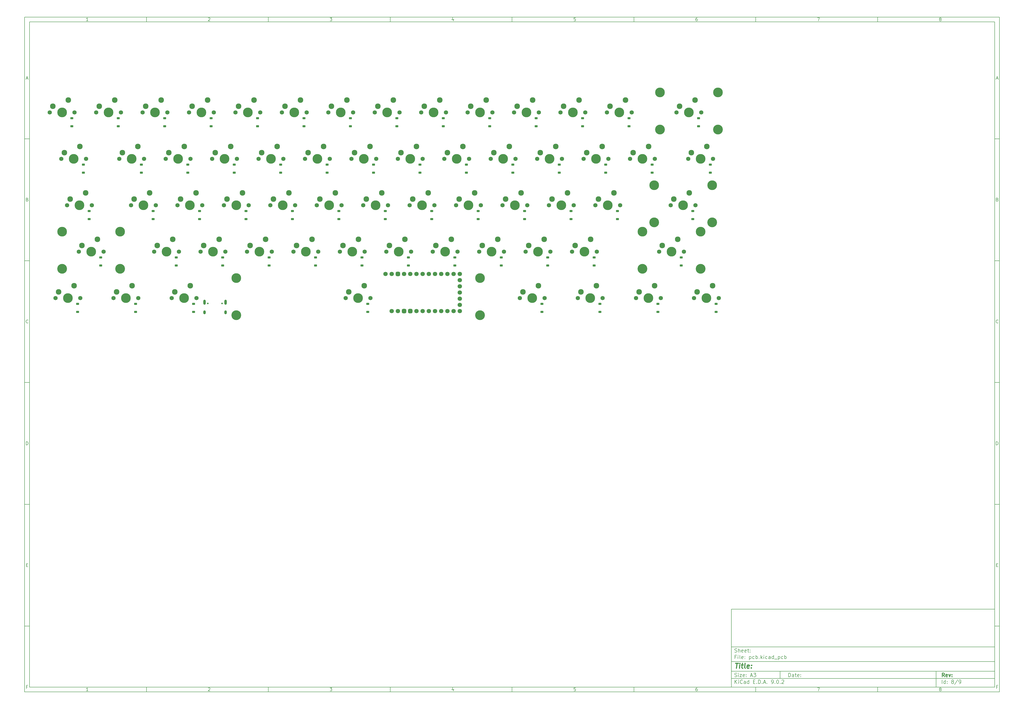
<source format=gbr>
%TF.GenerationSoftware,KiCad,Pcbnew,9.0.2*%
%TF.CreationDate,2025-06-22T01:03:44-04:00*%
%TF.ProjectId,pcb,7063622e-6b69-4636-9164-5f7063625858,rev?*%
%TF.SameCoordinates,Original*%
%TF.FileFunction,Soldermask,Bot*%
%TF.FilePolarity,Negative*%
%FSLAX46Y46*%
G04 Gerber Fmt 4.6, Leading zero omitted, Abs format (unit mm)*
G04 Created by KiCad (PCBNEW 9.0.2) date 2025-06-22 01:03:44*
%MOMM*%
%LPD*%
G01*
G04 APERTURE LIST*
G04 Aperture macros list*
%AMRoundRect*
0 Rectangle with rounded corners*
0 $1 Rounding radius*
0 $2 $3 $4 $5 $6 $7 $8 $9 X,Y pos of 4 corners*
0 Add a 4 corners polygon primitive as box body*
4,1,4,$2,$3,$4,$5,$6,$7,$8,$9,$2,$3,0*
0 Add four circle primitives for the rounded corners*
1,1,$1+$1,$2,$3*
1,1,$1+$1,$4,$5*
1,1,$1+$1,$6,$7*
1,1,$1+$1,$8,$9*
0 Add four rect primitives between the rounded corners*
20,1,$1+$1,$2,$3,$4,$5,0*
20,1,$1+$1,$4,$5,$6,$7,0*
20,1,$1+$1,$6,$7,$8,$9,0*
20,1,$1+$1,$8,$9,$2,$3,0*%
G04 Aperture macros list end*
%ADD10C,0.100000*%
%ADD11C,0.150000*%
%ADD12C,0.300000*%
%ADD13C,0.400000*%
%ADD14C,1.800000*%
%ADD15RoundRect,0.450000X0.450000X-0.450000X0.450000X0.450000X-0.450000X0.450000X-0.450000X-0.450000X0*%
%ADD16C,0.650000*%
%ADD17O,1.000000X2.100000*%
%ADD18O,1.000000X1.600000*%
%ADD19C,1.750000*%
%ADD20C,3.987800*%
%ADD21C,2.300000*%
%ADD22C,4.000000*%
%ADD23RoundRect,0.225000X0.375000X-0.225000X0.375000X0.225000X-0.375000X0.225000X-0.375000X-0.225000X0*%
G04 APERTURE END LIST*
D10*
D11*
X299989000Y-253002200D02*
X407989000Y-253002200D01*
X407989000Y-285002200D01*
X299989000Y-285002200D01*
X299989000Y-253002200D01*
D10*
D11*
X10000000Y-10000000D02*
X409989000Y-10000000D01*
X409989000Y-287002200D01*
X10000000Y-287002200D01*
X10000000Y-10000000D01*
D10*
D11*
X12000000Y-12000000D02*
X407989000Y-12000000D01*
X407989000Y-285002200D01*
X12000000Y-285002200D01*
X12000000Y-12000000D01*
D10*
D11*
X60000000Y-12000000D02*
X60000000Y-10000000D01*
D10*
D11*
X110000000Y-12000000D02*
X110000000Y-10000000D01*
D10*
D11*
X160000000Y-12000000D02*
X160000000Y-10000000D01*
D10*
D11*
X210000000Y-12000000D02*
X210000000Y-10000000D01*
D10*
D11*
X260000000Y-12000000D02*
X260000000Y-10000000D01*
D10*
D11*
X310000000Y-12000000D02*
X310000000Y-10000000D01*
D10*
D11*
X360000000Y-12000000D02*
X360000000Y-10000000D01*
D10*
D11*
X36089160Y-11593604D02*
X35346303Y-11593604D01*
X35717731Y-11593604D02*
X35717731Y-10293604D01*
X35717731Y-10293604D02*
X35593922Y-10479319D01*
X35593922Y-10479319D02*
X35470112Y-10603128D01*
X35470112Y-10603128D02*
X35346303Y-10665033D01*
D10*
D11*
X85346303Y-10417414D02*
X85408207Y-10355509D01*
X85408207Y-10355509D02*
X85532017Y-10293604D01*
X85532017Y-10293604D02*
X85841541Y-10293604D01*
X85841541Y-10293604D02*
X85965350Y-10355509D01*
X85965350Y-10355509D02*
X86027255Y-10417414D01*
X86027255Y-10417414D02*
X86089160Y-10541223D01*
X86089160Y-10541223D02*
X86089160Y-10665033D01*
X86089160Y-10665033D02*
X86027255Y-10850747D01*
X86027255Y-10850747D02*
X85284398Y-11593604D01*
X85284398Y-11593604D02*
X86089160Y-11593604D01*
D10*
D11*
X135284398Y-10293604D02*
X136089160Y-10293604D01*
X136089160Y-10293604D02*
X135655826Y-10788842D01*
X135655826Y-10788842D02*
X135841541Y-10788842D01*
X135841541Y-10788842D02*
X135965350Y-10850747D01*
X135965350Y-10850747D02*
X136027255Y-10912652D01*
X136027255Y-10912652D02*
X136089160Y-11036461D01*
X136089160Y-11036461D02*
X136089160Y-11345985D01*
X136089160Y-11345985D02*
X136027255Y-11469795D01*
X136027255Y-11469795D02*
X135965350Y-11531700D01*
X135965350Y-11531700D02*
X135841541Y-11593604D01*
X135841541Y-11593604D02*
X135470112Y-11593604D01*
X135470112Y-11593604D02*
X135346303Y-11531700D01*
X135346303Y-11531700D02*
X135284398Y-11469795D01*
D10*
D11*
X185965350Y-10726938D02*
X185965350Y-11593604D01*
X185655826Y-10231700D02*
X185346303Y-11160271D01*
X185346303Y-11160271D02*
X186151064Y-11160271D01*
D10*
D11*
X236027255Y-10293604D02*
X235408207Y-10293604D01*
X235408207Y-10293604D02*
X235346303Y-10912652D01*
X235346303Y-10912652D02*
X235408207Y-10850747D01*
X235408207Y-10850747D02*
X235532017Y-10788842D01*
X235532017Y-10788842D02*
X235841541Y-10788842D01*
X235841541Y-10788842D02*
X235965350Y-10850747D01*
X235965350Y-10850747D02*
X236027255Y-10912652D01*
X236027255Y-10912652D02*
X236089160Y-11036461D01*
X236089160Y-11036461D02*
X236089160Y-11345985D01*
X236089160Y-11345985D02*
X236027255Y-11469795D01*
X236027255Y-11469795D02*
X235965350Y-11531700D01*
X235965350Y-11531700D02*
X235841541Y-11593604D01*
X235841541Y-11593604D02*
X235532017Y-11593604D01*
X235532017Y-11593604D02*
X235408207Y-11531700D01*
X235408207Y-11531700D02*
X235346303Y-11469795D01*
D10*
D11*
X285965350Y-10293604D02*
X285717731Y-10293604D01*
X285717731Y-10293604D02*
X285593922Y-10355509D01*
X285593922Y-10355509D02*
X285532017Y-10417414D01*
X285532017Y-10417414D02*
X285408207Y-10603128D01*
X285408207Y-10603128D02*
X285346303Y-10850747D01*
X285346303Y-10850747D02*
X285346303Y-11345985D01*
X285346303Y-11345985D02*
X285408207Y-11469795D01*
X285408207Y-11469795D02*
X285470112Y-11531700D01*
X285470112Y-11531700D02*
X285593922Y-11593604D01*
X285593922Y-11593604D02*
X285841541Y-11593604D01*
X285841541Y-11593604D02*
X285965350Y-11531700D01*
X285965350Y-11531700D02*
X286027255Y-11469795D01*
X286027255Y-11469795D02*
X286089160Y-11345985D01*
X286089160Y-11345985D02*
X286089160Y-11036461D01*
X286089160Y-11036461D02*
X286027255Y-10912652D01*
X286027255Y-10912652D02*
X285965350Y-10850747D01*
X285965350Y-10850747D02*
X285841541Y-10788842D01*
X285841541Y-10788842D02*
X285593922Y-10788842D01*
X285593922Y-10788842D02*
X285470112Y-10850747D01*
X285470112Y-10850747D02*
X285408207Y-10912652D01*
X285408207Y-10912652D02*
X285346303Y-11036461D01*
D10*
D11*
X335284398Y-10293604D02*
X336151064Y-10293604D01*
X336151064Y-10293604D02*
X335593922Y-11593604D01*
D10*
D11*
X385593922Y-10850747D02*
X385470112Y-10788842D01*
X385470112Y-10788842D02*
X385408207Y-10726938D01*
X385408207Y-10726938D02*
X385346303Y-10603128D01*
X385346303Y-10603128D02*
X385346303Y-10541223D01*
X385346303Y-10541223D02*
X385408207Y-10417414D01*
X385408207Y-10417414D02*
X385470112Y-10355509D01*
X385470112Y-10355509D02*
X385593922Y-10293604D01*
X385593922Y-10293604D02*
X385841541Y-10293604D01*
X385841541Y-10293604D02*
X385965350Y-10355509D01*
X385965350Y-10355509D02*
X386027255Y-10417414D01*
X386027255Y-10417414D02*
X386089160Y-10541223D01*
X386089160Y-10541223D02*
X386089160Y-10603128D01*
X386089160Y-10603128D02*
X386027255Y-10726938D01*
X386027255Y-10726938D02*
X385965350Y-10788842D01*
X385965350Y-10788842D02*
X385841541Y-10850747D01*
X385841541Y-10850747D02*
X385593922Y-10850747D01*
X385593922Y-10850747D02*
X385470112Y-10912652D01*
X385470112Y-10912652D02*
X385408207Y-10974557D01*
X385408207Y-10974557D02*
X385346303Y-11098366D01*
X385346303Y-11098366D02*
X385346303Y-11345985D01*
X385346303Y-11345985D02*
X385408207Y-11469795D01*
X385408207Y-11469795D02*
X385470112Y-11531700D01*
X385470112Y-11531700D02*
X385593922Y-11593604D01*
X385593922Y-11593604D02*
X385841541Y-11593604D01*
X385841541Y-11593604D02*
X385965350Y-11531700D01*
X385965350Y-11531700D02*
X386027255Y-11469795D01*
X386027255Y-11469795D02*
X386089160Y-11345985D01*
X386089160Y-11345985D02*
X386089160Y-11098366D01*
X386089160Y-11098366D02*
X386027255Y-10974557D01*
X386027255Y-10974557D02*
X385965350Y-10912652D01*
X385965350Y-10912652D02*
X385841541Y-10850747D01*
D10*
D11*
X60000000Y-285002200D02*
X60000000Y-287002200D01*
D10*
D11*
X110000000Y-285002200D02*
X110000000Y-287002200D01*
D10*
D11*
X160000000Y-285002200D02*
X160000000Y-287002200D01*
D10*
D11*
X210000000Y-285002200D02*
X210000000Y-287002200D01*
D10*
D11*
X260000000Y-285002200D02*
X260000000Y-287002200D01*
D10*
D11*
X310000000Y-285002200D02*
X310000000Y-287002200D01*
D10*
D11*
X360000000Y-285002200D02*
X360000000Y-287002200D01*
D10*
D11*
X36089160Y-286595804D02*
X35346303Y-286595804D01*
X35717731Y-286595804D02*
X35717731Y-285295804D01*
X35717731Y-285295804D02*
X35593922Y-285481519D01*
X35593922Y-285481519D02*
X35470112Y-285605328D01*
X35470112Y-285605328D02*
X35346303Y-285667233D01*
D10*
D11*
X85346303Y-285419614D02*
X85408207Y-285357709D01*
X85408207Y-285357709D02*
X85532017Y-285295804D01*
X85532017Y-285295804D02*
X85841541Y-285295804D01*
X85841541Y-285295804D02*
X85965350Y-285357709D01*
X85965350Y-285357709D02*
X86027255Y-285419614D01*
X86027255Y-285419614D02*
X86089160Y-285543423D01*
X86089160Y-285543423D02*
X86089160Y-285667233D01*
X86089160Y-285667233D02*
X86027255Y-285852947D01*
X86027255Y-285852947D02*
X85284398Y-286595804D01*
X85284398Y-286595804D02*
X86089160Y-286595804D01*
D10*
D11*
X135284398Y-285295804D02*
X136089160Y-285295804D01*
X136089160Y-285295804D02*
X135655826Y-285791042D01*
X135655826Y-285791042D02*
X135841541Y-285791042D01*
X135841541Y-285791042D02*
X135965350Y-285852947D01*
X135965350Y-285852947D02*
X136027255Y-285914852D01*
X136027255Y-285914852D02*
X136089160Y-286038661D01*
X136089160Y-286038661D02*
X136089160Y-286348185D01*
X136089160Y-286348185D02*
X136027255Y-286471995D01*
X136027255Y-286471995D02*
X135965350Y-286533900D01*
X135965350Y-286533900D02*
X135841541Y-286595804D01*
X135841541Y-286595804D02*
X135470112Y-286595804D01*
X135470112Y-286595804D02*
X135346303Y-286533900D01*
X135346303Y-286533900D02*
X135284398Y-286471995D01*
D10*
D11*
X185965350Y-285729138D02*
X185965350Y-286595804D01*
X185655826Y-285233900D02*
X185346303Y-286162471D01*
X185346303Y-286162471D02*
X186151064Y-286162471D01*
D10*
D11*
X236027255Y-285295804D02*
X235408207Y-285295804D01*
X235408207Y-285295804D02*
X235346303Y-285914852D01*
X235346303Y-285914852D02*
X235408207Y-285852947D01*
X235408207Y-285852947D02*
X235532017Y-285791042D01*
X235532017Y-285791042D02*
X235841541Y-285791042D01*
X235841541Y-285791042D02*
X235965350Y-285852947D01*
X235965350Y-285852947D02*
X236027255Y-285914852D01*
X236027255Y-285914852D02*
X236089160Y-286038661D01*
X236089160Y-286038661D02*
X236089160Y-286348185D01*
X236089160Y-286348185D02*
X236027255Y-286471995D01*
X236027255Y-286471995D02*
X235965350Y-286533900D01*
X235965350Y-286533900D02*
X235841541Y-286595804D01*
X235841541Y-286595804D02*
X235532017Y-286595804D01*
X235532017Y-286595804D02*
X235408207Y-286533900D01*
X235408207Y-286533900D02*
X235346303Y-286471995D01*
D10*
D11*
X285965350Y-285295804D02*
X285717731Y-285295804D01*
X285717731Y-285295804D02*
X285593922Y-285357709D01*
X285593922Y-285357709D02*
X285532017Y-285419614D01*
X285532017Y-285419614D02*
X285408207Y-285605328D01*
X285408207Y-285605328D02*
X285346303Y-285852947D01*
X285346303Y-285852947D02*
X285346303Y-286348185D01*
X285346303Y-286348185D02*
X285408207Y-286471995D01*
X285408207Y-286471995D02*
X285470112Y-286533900D01*
X285470112Y-286533900D02*
X285593922Y-286595804D01*
X285593922Y-286595804D02*
X285841541Y-286595804D01*
X285841541Y-286595804D02*
X285965350Y-286533900D01*
X285965350Y-286533900D02*
X286027255Y-286471995D01*
X286027255Y-286471995D02*
X286089160Y-286348185D01*
X286089160Y-286348185D02*
X286089160Y-286038661D01*
X286089160Y-286038661D02*
X286027255Y-285914852D01*
X286027255Y-285914852D02*
X285965350Y-285852947D01*
X285965350Y-285852947D02*
X285841541Y-285791042D01*
X285841541Y-285791042D02*
X285593922Y-285791042D01*
X285593922Y-285791042D02*
X285470112Y-285852947D01*
X285470112Y-285852947D02*
X285408207Y-285914852D01*
X285408207Y-285914852D02*
X285346303Y-286038661D01*
D10*
D11*
X335284398Y-285295804D02*
X336151064Y-285295804D01*
X336151064Y-285295804D02*
X335593922Y-286595804D01*
D10*
D11*
X385593922Y-285852947D02*
X385470112Y-285791042D01*
X385470112Y-285791042D02*
X385408207Y-285729138D01*
X385408207Y-285729138D02*
X385346303Y-285605328D01*
X385346303Y-285605328D02*
X385346303Y-285543423D01*
X385346303Y-285543423D02*
X385408207Y-285419614D01*
X385408207Y-285419614D02*
X385470112Y-285357709D01*
X385470112Y-285357709D02*
X385593922Y-285295804D01*
X385593922Y-285295804D02*
X385841541Y-285295804D01*
X385841541Y-285295804D02*
X385965350Y-285357709D01*
X385965350Y-285357709D02*
X386027255Y-285419614D01*
X386027255Y-285419614D02*
X386089160Y-285543423D01*
X386089160Y-285543423D02*
X386089160Y-285605328D01*
X386089160Y-285605328D02*
X386027255Y-285729138D01*
X386027255Y-285729138D02*
X385965350Y-285791042D01*
X385965350Y-285791042D02*
X385841541Y-285852947D01*
X385841541Y-285852947D02*
X385593922Y-285852947D01*
X385593922Y-285852947D02*
X385470112Y-285914852D01*
X385470112Y-285914852D02*
X385408207Y-285976757D01*
X385408207Y-285976757D02*
X385346303Y-286100566D01*
X385346303Y-286100566D02*
X385346303Y-286348185D01*
X385346303Y-286348185D02*
X385408207Y-286471995D01*
X385408207Y-286471995D02*
X385470112Y-286533900D01*
X385470112Y-286533900D02*
X385593922Y-286595804D01*
X385593922Y-286595804D02*
X385841541Y-286595804D01*
X385841541Y-286595804D02*
X385965350Y-286533900D01*
X385965350Y-286533900D02*
X386027255Y-286471995D01*
X386027255Y-286471995D02*
X386089160Y-286348185D01*
X386089160Y-286348185D02*
X386089160Y-286100566D01*
X386089160Y-286100566D02*
X386027255Y-285976757D01*
X386027255Y-285976757D02*
X385965350Y-285914852D01*
X385965350Y-285914852D02*
X385841541Y-285852947D01*
D10*
D11*
X10000000Y-60000000D02*
X12000000Y-60000000D01*
D10*
D11*
X10000000Y-110000000D02*
X12000000Y-110000000D01*
D10*
D11*
X10000000Y-160000000D02*
X12000000Y-160000000D01*
D10*
D11*
X10000000Y-210000000D02*
X12000000Y-210000000D01*
D10*
D11*
X10000000Y-260000000D02*
X12000000Y-260000000D01*
D10*
D11*
X10690476Y-35222176D02*
X11309523Y-35222176D01*
X10566666Y-35593604D02*
X10999999Y-34293604D01*
X10999999Y-34293604D02*
X11433333Y-35593604D01*
D10*
D11*
X11092857Y-84912652D02*
X11278571Y-84974557D01*
X11278571Y-84974557D02*
X11340476Y-85036461D01*
X11340476Y-85036461D02*
X11402380Y-85160271D01*
X11402380Y-85160271D02*
X11402380Y-85345985D01*
X11402380Y-85345985D02*
X11340476Y-85469795D01*
X11340476Y-85469795D02*
X11278571Y-85531700D01*
X11278571Y-85531700D02*
X11154761Y-85593604D01*
X11154761Y-85593604D02*
X10659523Y-85593604D01*
X10659523Y-85593604D02*
X10659523Y-84293604D01*
X10659523Y-84293604D02*
X11092857Y-84293604D01*
X11092857Y-84293604D02*
X11216666Y-84355509D01*
X11216666Y-84355509D02*
X11278571Y-84417414D01*
X11278571Y-84417414D02*
X11340476Y-84541223D01*
X11340476Y-84541223D02*
X11340476Y-84665033D01*
X11340476Y-84665033D02*
X11278571Y-84788842D01*
X11278571Y-84788842D02*
X11216666Y-84850747D01*
X11216666Y-84850747D02*
X11092857Y-84912652D01*
X11092857Y-84912652D02*
X10659523Y-84912652D01*
D10*
D11*
X11402380Y-135469795D02*
X11340476Y-135531700D01*
X11340476Y-135531700D02*
X11154761Y-135593604D01*
X11154761Y-135593604D02*
X11030952Y-135593604D01*
X11030952Y-135593604D02*
X10845238Y-135531700D01*
X10845238Y-135531700D02*
X10721428Y-135407890D01*
X10721428Y-135407890D02*
X10659523Y-135284080D01*
X10659523Y-135284080D02*
X10597619Y-135036461D01*
X10597619Y-135036461D02*
X10597619Y-134850747D01*
X10597619Y-134850747D02*
X10659523Y-134603128D01*
X10659523Y-134603128D02*
X10721428Y-134479319D01*
X10721428Y-134479319D02*
X10845238Y-134355509D01*
X10845238Y-134355509D02*
X11030952Y-134293604D01*
X11030952Y-134293604D02*
X11154761Y-134293604D01*
X11154761Y-134293604D02*
X11340476Y-134355509D01*
X11340476Y-134355509D02*
X11402380Y-134417414D01*
D10*
D11*
X10659523Y-185593604D02*
X10659523Y-184293604D01*
X10659523Y-184293604D02*
X10969047Y-184293604D01*
X10969047Y-184293604D02*
X11154761Y-184355509D01*
X11154761Y-184355509D02*
X11278571Y-184479319D01*
X11278571Y-184479319D02*
X11340476Y-184603128D01*
X11340476Y-184603128D02*
X11402380Y-184850747D01*
X11402380Y-184850747D02*
X11402380Y-185036461D01*
X11402380Y-185036461D02*
X11340476Y-185284080D01*
X11340476Y-185284080D02*
X11278571Y-185407890D01*
X11278571Y-185407890D02*
X11154761Y-185531700D01*
X11154761Y-185531700D02*
X10969047Y-185593604D01*
X10969047Y-185593604D02*
X10659523Y-185593604D01*
D10*
D11*
X10721428Y-234912652D02*
X11154762Y-234912652D01*
X11340476Y-235593604D02*
X10721428Y-235593604D01*
X10721428Y-235593604D02*
X10721428Y-234293604D01*
X10721428Y-234293604D02*
X11340476Y-234293604D01*
D10*
D11*
X11185714Y-284912652D02*
X10752380Y-284912652D01*
X10752380Y-285593604D02*
X10752380Y-284293604D01*
X10752380Y-284293604D02*
X11371428Y-284293604D01*
D10*
D11*
X409989000Y-60000000D02*
X407989000Y-60000000D01*
D10*
D11*
X409989000Y-110000000D02*
X407989000Y-110000000D01*
D10*
D11*
X409989000Y-160000000D02*
X407989000Y-160000000D01*
D10*
D11*
X409989000Y-210000000D02*
X407989000Y-210000000D01*
D10*
D11*
X409989000Y-260000000D02*
X407989000Y-260000000D01*
D10*
D11*
X408679476Y-35222176D02*
X409298523Y-35222176D01*
X408555666Y-35593604D02*
X408988999Y-34293604D01*
X408988999Y-34293604D02*
X409422333Y-35593604D01*
D10*
D11*
X409081857Y-84912652D02*
X409267571Y-84974557D01*
X409267571Y-84974557D02*
X409329476Y-85036461D01*
X409329476Y-85036461D02*
X409391380Y-85160271D01*
X409391380Y-85160271D02*
X409391380Y-85345985D01*
X409391380Y-85345985D02*
X409329476Y-85469795D01*
X409329476Y-85469795D02*
X409267571Y-85531700D01*
X409267571Y-85531700D02*
X409143761Y-85593604D01*
X409143761Y-85593604D02*
X408648523Y-85593604D01*
X408648523Y-85593604D02*
X408648523Y-84293604D01*
X408648523Y-84293604D02*
X409081857Y-84293604D01*
X409081857Y-84293604D02*
X409205666Y-84355509D01*
X409205666Y-84355509D02*
X409267571Y-84417414D01*
X409267571Y-84417414D02*
X409329476Y-84541223D01*
X409329476Y-84541223D02*
X409329476Y-84665033D01*
X409329476Y-84665033D02*
X409267571Y-84788842D01*
X409267571Y-84788842D02*
X409205666Y-84850747D01*
X409205666Y-84850747D02*
X409081857Y-84912652D01*
X409081857Y-84912652D02*
X408648523Y-84912652D01*
D10*
D11*
X409391380Y-135469795D02*
X409329476Y-135531700D01*
X409329476Y-135531700D02*
X409143761Y-135593604D01*
X409143761Y-135593604D02*
X409019952Y-135593604D01*
X409019952Y-135593604D02*
X408834238Y-135531700D01*
X408834238Y-135531700D02*
X408710428Y-135407890D01*
X408710428Y-135407890D02*
X408648523Y-135284080D01*
X408648523Y-135284080D02*
X408586619Y-135036461D01*
X408586619Y-135036461D02*
X408586619Y-134850747D01*
X408586619Y-134850747D02*
X408648523Y-134603128D01*
X408648523Y-134603128D02*
X408710428Y-134479319D01*
X408710428Y-134479319D02*
X408834238Y-134355509D01*
X408834238Y-134355509D02*
X409019952Y-134293604D01*
X409019952Y-134293604D02*
X409143761Y-134293604D01*
X409143761Y-134293604D02*
X409329476Y-134355509D01*
X409329476Y-134355509D02*
X409391380Y-134417414D01*
D10*
D11*
X408648523Y-185593604D02*
X408648523Y-184293604D01*
X408648523Y-184293604D02*
X408958047Y-184293604D01*
X408958047Y-184293604D02*
X409143761Y-184355509D01*
X409143761Y-184355509D02*
X409267571Y-184479319D01*
X409267571Y-184479319D02*
X409329476Y-184603128D01*
X409329476Y-184603128D02*
X409391380Y-184850747D01*
X409391380Y-184850747D02*
X409391380Y-185036461D01*
X409391380Y-185036461D02*
X409329476Y-185284080D01*
X409329476Y-185284080D02*
X409267571Y-185407890D01*
X409267571Y-185407890D02*
X409143761Y-185531700D01*
X409143761Y-185531700D02*
X408958047Y-185593604D01*
X408958047Y-185593604D02*
X408648523Y-185593604D01*
D10*
D11*
X408710428Y-234912652D02*
X409143762Y-234912652D01*
X409329476Y-235593604D02*
X408710428Y-235593604D01*
X408710428Y-235593604D02*
X408710428Y-234293604D01*
X408710428Y-234293604D02*
X409329476Y-234293604D01*
D10*
D11*
X409174714Y-284912652D02*
X408741380Y-284912652D01*
X408741380Y-285593604D02*
X408741380Y-284293604D01*
X408741380Y-284293604D02*
X409360428Y-284293604D01*
D10*
D11*
X323444826Y-280788328D02*
X323444826Y-279288328D01*
X323444826Y-279288328D02*
X323801969Y-279288328D01*
X323801969Y-279288328D02*
X324016255Y-279359757D01*
X324016255Y-279359757D02*
X324159112Y-279502614D01*
X324159112Y-279502614D02*
X324230541Y-279645471D01*
X324230541Y-279645471D02*
X324301969Y-279931185D01*
X324301969Y-279931185D02*
X324301969Y-280145471D01*
X324301969Y-280145471D02*
X324230541Y-280431185D01*
X324230541Y-280431185D02*
X324159112Y-280574042D01*
X324159112Y-280574042D02*
X324016255Y-280716900D01*
X324016255Y-280716900D02*
X323801969Y-280788328D01*
X323801969Y-280788328D02*
X323444826Y-280788328D01*
X325587684Y-280788328D02*
X325587684Y-280002614D01*
X325587684Y-280002614D02*
X325516255Y-279859757D01*
X325516255Y-279859757D02*
X325373398Y-279788328D01*
X325373398Y-279788328D02*
X325087684Y-279788328D01*
X325087684Y-279788328D02*
X324944826Y-279859757D01*
X325587684Y-280716900D02*
X325444826Y-280788328D01*
X325444826Y-280788328D02*
X325087684Y-280788328D01*
X325087684Y-280788328D02*
X324944826Y-280716900D01*
X324944826Y-280716900D02*
X324873398Y-280574042D01*
X324873398Y-280574042D02*
X324873398Y-280431185D01*
X324873398Y-280431185D02*
X324944826Y-280288328D01*
X324944826Y-280288328D02*
X325087684Y-280216900D01*
X325087684Y-280216900D02*
X325444826Y-280216900D01*
X325444826Y-280216900D02*
X325587684Y-280145471D01*
X326087684Y-279788328D02*
X326659112Y-279788328D01*
X326301969Y-279288328D02*
X326301969Y-280574042D01*
X326301969Y-280574042D02*
X326373398Y-280716900D01*
X326373398Y-280716900D02*
X326516255Y-280788328D01*
X326516255Y-280788328D02*
X326659112Y-280788328D01*
X327730541Y-280716900D02*
X327587684Y-280788328D01*
X327587684Y-280788328D02*
X327301970Y-280788328D01*
X327301970Y-280788328D02*
X327159112Y-280716900D01*
X327159112Y-280716900D02*
X327087684Y-280574042D01*
X327087684Y-280574042D02*
X327087684Y-280002614D01*
X327087684Y-280002614D02*
X327159112Y-279859757D01*
X327159112Y-279859757D02*
X327301970Y-279788328D01*
X327301970Y-279788328D02*
X327587684Y-279788328D01*
X327587684Y-279788328D02*
X327730541Y-279859757D01*
X327730541Y-279859757D02*
X327801970Y-280002614D01*
X327801970Y-280002614D02*
X327801970Y-280145471D01*
X327801970Y-280145471D02*
X327087684Y-280288328D01*
X328444826Y-280645471D02*
X328516255Y-280716900D01*
X328516255Y-280716900D02*
X328444826Y-280788328D01*
X328444826Y-280788328D02*
X328373398Y-280716900D01*
X328373398Y-280716900D02*
X328444826Y-280645471D01*
X328444826Y-280645471D02*
X328444826Y-280788328D01*
X328444826Y-279859757D02*
X328516255Y-279931185D01*
X328516255Y-279931185D02*
X328444826Y-280002614D01*
X328444826Y-280002614D02*
X328373398Y-279931185D01*
X328373398Y-279931185D02*
X328444826Y-279859757D01*
X328444826Y-279859757D02*
X328444826Y-280002614D01*
D10*
D11*
X299989000Y-281502200D02*
X407989000Y-281502200D01*
D10*
D11*
X301444826Y-283588328D02*
X301444826Y-282088328D01*
X302301969Y-283588328D02*
X301659112Y-282731185D01*
X302301969Y-282088328D02*
X301444826Y-282945471D01*
X302944826Y-283588328D02*
X302944826Y-282588328D01*
X302944826Y-282088328D02*
X302873398Y-282159757D01*
X302873398Y-282159757D02*
X302944826Y-282231185D01*
X302944826Y-282231185D02*
X303016255Y-282159757D01*
X303016255Y-282159757D02*
X302944826Y-282088328D01*
X302944826Y-282088328D02*
X302944826Y-282231185D01*
X304516255Y-283445471D02*
X304444827Y-283516900D01*
X304444827Y-283516900D02*
X304230541Y-283588328D01*
X304230541Y-283588328D02*
X304087684Y-283588328D01*
X304087684Y-283588328D02*
X303873398Y-283516900D01*
X303873398Y-283516900D02*
X303730541Y-283374042D01*
X303730541Y-283374042D02*
X303659112Y-283231185D01*
X303659112Y-283231185D02*
X303587684Y-282945471D01*
X303587684Y-282945471D02*
X303587684Y-282731185D01*
X303587684Y-282731185D02*
X303659112Y-282445471D01*
X303659112Y-282445471D02*
X303730541Y-282302614D01*
X303730541Y-282302614D02*
X303873398Y-282159757D01*
X303873398Y-282159757D02*
X304087684Y-282088328D01*
X304087684Y-282088328D02*
X304230541Y-282088328D01*
X304230541Y-282088328D02*
X304444827Y-282159757D01*
X304444827Y-282159757D02*
X304516255Y-282231185D01*
X305801970Y-283588328D02*
X305801970Y-282802614D01*
X305801970Y-282802614D02*
X305730541Y-282659757D01*
X305730541Y-282659757D02*
X305587684Y-282588328D01*
X305587684Y-282588328D02*
X305301970Y-282588328D01*
X305301970Y-282588328D02*
X305159112Y-282659757D01*
X305801970Y-283516900D02*
X305659112Y-283588328D01*
X305659112Y-283588328D02*
X305301970Y-283588328D01*
X305301970Y-283588328D02*
X305159112Y-283516900D01*
X305159112Y-283516900D02*
X305087684Y-283374042D01*
X305087684Y-283374042D02*
X305087684Y-283231185D01*
X305087684Y-283231185D02*
X305159112Y-283088328D01*
X305159112Y-283088328D02*
X305301970Y-283016900D01*
X305301970Y-283016900D02*
X305659112Y-283016900D01*
X305659112Y-283016900D02*
X305801970Y-282945471D01*
X307159113Y-283588328D02*
X307159113Y-282088328D01*
X307159113Y-283516900D02*
X307016255Y-283588328D01*
X307016255Y-283588328D02*
X306730541Y-283588328D01*
X306730541Y-283588328D02*
X306587684Y-283516900D01*
X306587684Y-283516900D02*
X306516255Y-283445471D01*
X306516255Y-283445471D02*
X306444827Y-283302614D01*
X306444827Y-283302614D02*
X306444827Y-282874042D01*
X306444827Y-282874042D02*
X306516255Y-282731185D01*
X306516255Y-282731185D02*
X306587684Y-282659757D01*
X306587684Y-282659757D02*
X306730541Y-282588328D01*
X306730541Y-282588328D02*
X307016255Y-282588328D01*
X307016255Y-282588328D02*
X307159113Y-282659757D01*
X309016255Y-282802614D02*
X309516255Y-282802614D01*
X309730541Y-283588328D02*
X309016255Y-283588328D01*
X309016255Y-283588328D02*
X309016255Y-282088328D01*
X309016255Y-282088328D02*
X309730541Y-282088328D01*
X310373398Y-283445471D02*
X310444827Y-283516900D01*
X310444827Y-283516900D02*
X310373398Y-283588328D01*
X310373398Y-283588328D02*
X310301970Y-283516900D01*
X310301970Y-283516900D02*
X310373398Y-283445471D01*
X310373398Y-283445471D02*
X310373398Y-283588328D01*
X311087684Y-283588328D02*
X311087684Y-282088328D01*
X311087684Y-282088328D02*
X311444827Y-282088328D01*
X311444827Y-282088328D02*
X311659113Y-282159757D01*
X311659113Y-282159757D02*
X311801970Y-282302614D01*
X311801970Y-282302614D02*
X311873399Y-282445471D01*
X311873399Y-282445471D02*
X311944827Y-282731185D01*
X311944827Y-282731185D02*
X311944827Y-282945471D01*
X311944827Y-282945471D02*
X311873399Y-283231185D01*
X311873399Y-283231185D02*
X311801970Y-283374042D01*
X311801970Y-283374042D02*
X311659113Y-283516900D01*
X311659113Y-283516900D02*
X311444827Y-283588328D01*
X311444827Y-283588328D02*
X311087684Y-283588328D01*
X312587684Y-283445471D02*
X312659113Y-283516900D01*
X312659113Y-283516900D02*
X312587684Y-283588328D01*
X312587684Y-283588328D02*
X312516256Y-283516900D01*
X312516256Y-283516900D02*
X312587684Y-283445471D01*
X312587684Y-283445471D02*
X312587684Y-283588328D01*
X313230542Y-283159757D02*
X313944828Y-283159757D01*
X313087685Y-283588328D02*
X313587685Y-282088328D01*
X313587685Y-282088328D02*
X314087685Y-283588328D01*
X314587684Y-283445471D02*
X314659113Y-283516900D01*
X314659113Y-283516900D02*
X314587684Y-283588328D01*
X314587684Y-283588328D02*
X314516256Y-283516900D01*
X314516256Y-283516900D02*
X314587684Y-283445471D01*
X314587684Y-283445471D02*
X314587684Y-283588328D01*
X316516256Y-283588328D02*
X316801970Y-283588328D01*
X316801970Y-283588328D02*
X316944827Y-283516900D01*
X316944827Y-283516900D02*
X317016256Y-283445471D01*
X317016256Y-283445471D02*
X317159113Y-283231185D01*
X317159113Y-283231185D02*
X317230542Y-282945471D01*
X317230542Y-282945471D02*
X317230542Y-282374042D01*
X317230542Y-282374042D02*
X317159113Y-282231185D01*
X317159113Y-282231185D02*
X317087685Y-282159757D01*
X317087685Y-282159757D02*
X316944827Y-282088328D01*
X316944827Y-282088328D02*
X316659113Y-282088328D01*
X316659113Y-282088328D02*
X316516256Y-282159757D01*
X316516256Y-282159757D02*
X316444827Y-282231185D01*
X316444827Y-282231185D02*
X316373399Y-282374042D01*
X316373399Y-282374042D02*
X316373399Y-282731185D01*
X316373399Y-282731185D02*
X316444827Y-282874042D01*
X316444827Y-282874042D02*
X316516256Y-282945471D01*
X316516256Y-282945471D02*
X316659113Y-283016900D01*
X316659113Y-283016900D02*
X316944827Y-283016900D01*
X316944827Y-283016900D02*
X317087685Y-282945471D01*
X317087685Y-282945471D02*
X317159113Y-282874042D01*
X317159113Y-282874042D02*
X317230542Y-282731185D01*
X317873398Y-283445471D02*
X317944827Y-283516900D01*
X317944827Y-283516900D02*
X317873398Y-283588328D01*
X317873398Y-283588328D02*
X317801970Y-283516900D01*
X317801970Y-283516900D02*
X317873398Y-283445471D01*
X317873398Y-283445471D02*
X317873398Y-283588328D01*
X318873399Y-282088328D02*
X319016256Y-282088328D01*
X319016256Y-282088328D02*
X319159113Y-282159757D01*
X319159113Y-282159757D02*
X319230542Y-282231185D01*
X319230542Y-282231185D02*
X319301970Y-282374042D01*
X319301970Y-282374042D02*
X319373399Y-282659757D01*
X319373399Y-282659757D02*
X319373399Y-283016900D01*
X319373399Y-283016900D02*
X319301970Y-283302614D01*
X319301970Y-283302614D02*
X319230542Y-283445471D01*
X319230542Y-283445471D02*
X319159113Y-283516900D01*
X319159113Y-283516900D02*
X319016256Y-283588328D01*
X319016256Y-283588328D02*
X318873399Y-283588328D01*
X318873399Y-283588328D02*
X318730542Y-283516900D01*
X318730542Y-283516900D02*
X318659113Y-283445471D01*
X318659113Y-283445471D02*
X318587684Y-283302614D01*
X318587684Y-283302614D02*
X318516256Y-283016900D01*
X318516256Y-283016900D02*
X318516256Y-282659757D01*
X318516256Y-282659757D02*
X318587684Y-282374042D01*
X318587684Y-282374042D02*
X318659113Y-282231185D01*
X318659113Y-282231185D02*
X318730542Y-282159757D01*
X318730542Y-282159757D02*
X318873399Y-282088328D01*
X320016255Y-283445471D02*
X320087684Y-283516900D01*
X320087684Y-283516900D02*
X320016255Y-283588328D01*
X320016255Y-283588328D02*
X319944827Y-283516900D01*
X319944827Y-283516900D02*
X320016255Y-283445471D01*
X320016255Y-283445471D02*
X320016255Y-283588328D01*
X320659113Y-282231185D02*
X320730541Y-282159757D01*
X320730541Y-282159757D02*
X320873399Y-282088328D01*
X320873399Y-282088328D02*
X321230541Y-282088328D01*
X321230541Y-282088328D02*
X321373399Y-282159757D01*
X321373399Y-282159757D02*
X321444827Y-282231185D01*
X321444827Y-282231185D02*
X321516256Y-282374042D01*
X321516256Y-282374042D02*
X321516256Y-282516900D01*
X321516256Y-282516900D02*
X321444827Y-282731185D01*
X321444827Y-282731185D02*
X320587684Y-283588328D01*
X320587684Y-283588328D02*
X321516256Y-283588328D01*
D10*
D11*
X299989000Y-278502200D02*
X407989000Y-278502200D01*
D10*
D12*
X387400653Y-280780528D02*
X386900653Y-280066242D01*
X386543510Y-280780528D02*
X386543510Y-279280528D01*
X386543510Y-279280528D02*
X387114939Y-279280528D01*
X387114939Y-279280528D02*
X387257796Y-279351957D01*
X387257796Y-279351957D02*
X387329225Y-279423385D01*
X387329225Y-279423385D02*
X387400653Y-279566242D01*
X387400653Y-279566242D02*
X387400653Y-279780528D01*
X387400653Y-279780528D02*
X387329225Y-279923385D01*
X387329225Y-279923385D02*
X387257796Y-279994814D01*
X387257796Y-279994814D02*
X387114939Y-280066242D01*
X387114939Y-280066242D02*
X386543510Y-280066242D01*
X388614939Y-280709100D02*
X388472082Y-280780528D01*
X388472082Y-280780528D02*
X388186368Y-280780528D01*
X388186368Y-280780528D02*
X388043510Y-280709100D01*
X388043510Y-280709100D02*
X387972082Y-280566242D01*
X387972082Y-280566242D02*
X387972082Y-279994814D01*
X387972082Y-279994814D02*
X388043510Y-279851957D01*
X388043510Y-279851957D02*
X388186368Y-279780528D01*
X388186368Y-279780528D02*
X388472082Y-279780528D01*
X388472082Y-279780528D02*
X388614939Y-279851957D01*
X388614939Y-279851957D02*
X388686368Y-279994814D01*
X388686368Y-279994814D02*
X388686368Y-280137671D01*
X388686368Y-280137671D02*
X387972082Y-280280528D01*
X389186367Y-279780528D02*
X389543510Y-280780528D01*
X389543510Y-280780528D02*
X389900653Y-279780528D01*
X390472081Y-280637671D02*
X390543510Y-280709100D01*
X390543510Y-280709100D02*
X390472081Y-280780528D01*
X390472081Y-280780528D02*
X390400653Y-280709100D01*
X390400653Y-280709100D02*
X390472081Y-280637671D01*
X390472081Y-280637671D02*
X390472081Y-280780528D01*
X390472081Y-279851957D02*
X390543510Y-279923385D01*
X390543510Y-279923385D02*
X390472081Y-279994814D01*
X390472081Y-279994814D02*
X390400653Y-279923385D01*
X390400653Y-279923385D02*
X390472081Y-279851957D01*
X390472081Y-279851957D02*
X390472081Y-279994814D01*
D10*
D11*
X301373398Y-280716900D02*
X301587684Y-280788328D01*
X301587684Y-280788328D02*
X301944826Y-280788328D01*
X301944826Y-280788328D02*
X302087684Y-280716900D01*
X302087684Y-280716900D02*
X302159112Y-280645471D01*
X302159112Y-280645471D02*
X302230541Y-280502614D01*
X302230541Y-280502614D02*
X302230541Y-280359757D01*
X302230541Y-280359757D02*
X302159112Y-280216900D01*
X302159112Y-280216900D02*
X302087684Y-280145471D01*
X302087684Y-280145471D02*
X301944826Y-280074042D01*
X301944826Y-280074042D02*
X301659112Y-280002614D01*
X301659112Y-280002614D02*
X301516255Y-279931185D01*
X301516255Y-279931185D02*
X301444826Y-279859757D01*
X301444826Y-279859757D02*
X301373398Y-279716900D01*
X301373398Y-279716900D02*
X301373398Y-279574042D01*
X301373398Y-279574042D02*
X301444826Y-279431185D01*
X301444826Y-279431185D02*
X301516255Y-279359757D01*
X301516255Y-279359757D02*
X301659112Y-279288328D01*
X301659112Y-279288328D02*
X302016255Y-279288328D01*
X302016255Y-279288328D02*
X302230541Y-279359757D01*
X302873397Y-280788328D02*
X302873397Y-279788328D01*
X302873397Y-279288328D02*
X302801969Y-279359757D01*
X302801969Y-279359757D02*
X302873397Y-279431185D01*
X302873397Y-279431185D02*
X302944826Y-279359757D01*
X302944826Y-279359757D02*
X302873397Y-279288328D01*
X302873397Y-279288328D02*
X302873397Y-279431185D01*
X303444826Y-279788328D02*
X304230541Y-279788328D01*
X304230541Y-279788328D02*
X303444826Y-280788328D01*
X303444826Y-280788328D02*
X304230541Y-280788328D01*
X305373398Y-280716900D02*
X305230541Y-280788328D01*
X305230541Y-280788328D02*
X304944827Y-280788328D01*
X304944827Y-280788328D02*
X304801969Y-280716900D01*
X304801969Y-280716900D02*
X304730541Y-280574042D01*
X304730541Y-280574042D02*
X304730541Y-280002614D01*
X304730541Y-280002614D02*
X304801969Y-279859757D01*
X304801969Y-279859757D02*
X304944827Y-279788328D01*
X304944827Y-279788328D02*
X305230541Y-279788328D01*
X305230541Y-279788328D02*
X305373398Y-279859757D01*
X305373398Y-279859757D02*
X305444827Y-280002614D01*
X305444827Y-280002614D02*
X305444827Y-280145471D01*
X305444827Y-280145471D02*
X304730541Y-280288328D01*
X306087683Y-280645471D02*
X306159112Y-280716900D01*
X306159112Y-280716900D02*
X306087683Y-280788328D01*
X306087683Y-280788328D02*
X306016255Y-280716900D01*
X306016255Y-280716900D02*
X306087683Y-280645471D01*
X306087683Y-280645471D02*
X306087683Y-280788328D01*
X306087683Y-279859757D02*
X306159112Y-279931185D01*
X306159112Y-279931185D02*
X306087683Y-280002614D01*
X306087683Y-280002614D02*
X306016255Y-279931185D01*
X306016255Y-279931185D02*
X306087683Y-279859757D01*
X306087683Y-279859757D02*
X306087683Y-280002614D01*
X307873398Y-280359757D02*
X308587684Y-280359757D01*
X307730541Y-280788328D02*
X308230541Y-279288328D01*
X308230541Y-279288328D02*
X308730541Y-280788328D01*
X309087683Y-279288328D02*
X310016255Y-279288328D01*
X310016255Y-279288328D02*
X309516255Y-279859757D01*
X309516255Y-279859757D02*
X309730540Y-279859757D01*
X309730540Y-279859757D02*
X309873398Y-279931185D01*
X309873398Y-279931185D02*
X309944826Y-280002614D01*
X309944826Y-280002614D02*
X310016255Y-280145471D01*
X310016255Y-280145471D02*
X310016255Y-280502614D01*
X310016255Y-280502614D02*
X309944826Y-280645471D01*
X309944826Y-280645471D02*
X309873398Y-280716900D01*
X309873398Y-280716900D02*
X309730540Y-280788328D01*
X309730540Y-280788328D02*
X309301969Y-280788328D01*
X309301969Y-280788328D02*
X309159112Y-280716900D01*
X309159112Y-280716900D02*
X309087683Y-280645471D01*
D10*
D11*
X386444826Y-283588328D02*
X386444826Y-282088328D01*
X387801970Y-283588328D02*
X387801970Y-282088328D01*
X387801970Y-283516900D02*
X387659112Y-283588328D01*
X387659112Y-283588328D02*
X387373398Y-283588328D01*
X387373398Y-283588328D02*
X387230541Y-283516900D01*
X387230541Y-283516900D02*
X387159112Y-283445471D01*
X387159112Y-283445471D02*
X387087684Y-283302614D01*
X387087684Y-283302614D02*
X387087684Y-282874042D01*
X387087684Y-282874042D02*
X387159112Y-282731185D01*
X387159112Y-282731185D02*
X387230541Y-282659757D01*
X387230541Y-282659757D02*
X387373398Y-282588328D01*
X387373398Y-282588328D02*
X387659112Y-282588328D01*
X387659112Y-282588328D02*
X387801970Y-282659757D01*
X388516255Y-283445471D02*
X388587684Y-283516900D01*
X388587684Y-283516900D02*
X388516255Y-283588328D01*
X388516255Y-283588328D02*
X388444827Y-283516900D01*
X388444827Y-283516900D02*
X388516255Y-283445471D01*
X388516255Y-283445471D02*
X388516255Y-283588328D01*
X388516255Y-282659757D02*
X388587684Y-282731185D01*
X388587684Y-282731185D02*
X388516255Y-282802614D01*
X388516255Y-282802614D02*
X388444827Y-282731185D01*
X388444827Y-282731185D02*
X388516255Y-282659757D01*
X388516255Y-282659757D02*
X388516255Y-282802614D01*
X390587684Y-282731185D02*
X390444827Y-282659757D01*
X390444827Y-282659757D02*
X390373398Y-282588328D01*
X390373398Y-282588328D02*
X390301970Y-282445471D01*
X390301970Y-282445471D02*
X390301970Y-282374042D01*
X390301970Y-282374042D02*
X390373398Y-282231185D01*
X390373398Y-282231185D02*
X390444827Y-282159757D01*
X390444827Y-282159757D02*
X390587684Y-282088328D01*
X390587684Y-282088328D02*
X390873398Y-282088328D01*
X390873398Y-282088328D02*
X391016256Y-282159757D01*
X391016256Y-282159757D02*
X391087684Y-282231185D01*
X391087684Y-282231185D02*
X391159113Y-282374042D01*
X391159113Y-282374042D02*
X391159113Y-282445471D01*
X391159113Y-282445471D02*
X391087684Y-282588328D01*
X391087684Y-282588328D02*
X391016256Y-282659757D01*
X391016256Y-282659757D02*
X390873398Y-282731185D01*
X390873398Y-282731185D02*
X390587684Y-282731185D01*
X390587684Y-282731185D02*
X390444827Y-282802614D01*
X390444827Y-282802614D02*
X390373398Y-282874042D01*
X390373398Y-282874042D02*
X390301970Y-283016900D01*
X390301970Y-283016900D02*
X390301970Y-283302614D01*
X390301970Y-283302614D02*
X390373398Y-283445471D01*
X390373398Y-283445471D02*
X390444827Y-283516900D01*
X390444827Y-283516900D02*
X390587684Y-283588328D01*
X390587684Y-283588328D02*
X390873398Y-283588328D01*
X390873398Y-283588328D02*
X391016256Y-283516900D01*
X391016256Y-283516900D02*
X391087684Y-283445471D01*
X391087684Y-283445471D02*
X391159113Y-283302614D01*
X391159113Y-283302614D02*
X391159113Y-283016900D01*
X391159113Y-283016900D02*
X391087684Y-282874042D01*
X391087684Y-282874042D02*
X391016256Y-282802614D01*
X391016256Y-282802614D02*
X390873398Y-282731185D01*
X392873398Y-282016900D02*
X391587684Y-283945471D01*
X393444827Y-283588328D02*
X393730541Y-283588328D01*
X393730541Y-283588328D02*
X393873398Y-283516900D01*
X393873398Y-283516900D02*
X393944827Y-283445471D01*
X393944827Y-283445471D02*
X394087684Y-283231185D01*
X394087684Y-283231185D02*
X394159113Y-282945471D01*
X394159113Y-282945471D02*
X394159113Y-282374042D01*
X394159113Y-282374042D02*
X394087684Y-282231185D01*
X394087684Y-282231185D02*
X394016256Y-282159757D01*
X394016256Y-282159757D02*
X393873398Y-282088328D01*
X393873398Y-282088328D02*
X393587684Y-282088328D01*
X393587684Y-282088328D02*
X393444827Y-282159757D01*
X393444827Y-282159757D02*
X393373398Y-282231185D01*
X393373398Y-282231185D02*
X393301970Y-282374042D01*
X393301970Y-282374042D02*
X393301970Y-282731185D01*
X393301970Y-282731185D02*
X393373398Y-282874042D01*
X393373398Y-282874042D02*
X393444827Y-282945471D01*
X393444827Y-282945471D02*
X393587684Y-283016900D01*
X393587684Y-283016900D02*
X393873398Y-283016900D01*
X393873398Y-283016900D02*
X394016256Y-282945471D01*
X394016256Y-282945471D02*
X394087684Y-282874042D01*
X394087684Y-282874042D02*
X394159113Y-282731185D01*
D10*
D11*
X299989000Y-274502200D02*
X407989000Y-274502200D01*
D10*
D13*
X301680728Y-275206638D02*
X302823585Y-275206638D01*
X302002157Y-277206638D02*
X302252157Y-275206638D01*
X303240252Y-277206638D02*
X303406919Y-275873304D01*
X303490252Y-275206638D02*
X303383109Y-275301876D01*
X303383109Y-275301876D02*
X303466443Y-275397114D01*
X303466443Y-275397114D02*
X303573586Y-275301876D01*
X303573586Y-275301876D02*
X303490252Y-275206638D01*
X303490252Y-275206638D02*
X303466443Y-275397114D01*
X304073586Y-275873304D02*
X304835490Y-275873304D01*
X304442633Y-275206638D02*
X304228348Y-276920923D01*
X304228348Y-276920923D02*
X304299776Y-277111400D01*
X304299776Y-277111400D02*
X304478348Y-277206638D01*
X304478348Y-277206638D02*
X304668824Y-277206638D01*
X305621205Y-277206638D02*
X305442633Y-277111400D01*
X305442633Y-277111400D02*
X305371205Y-276920923D01*
X305371205Y-276920923D02*
X305585490Y-275206638D01*
X307156919Y-277111400D02*
X306954538Y-277206638D01*
X306954538Y-277206638D02*
X306573585Y-277206638D01*
X306573585Y-277206638D02*
X306395014Y-277111400D01*
X306395014Y-277111400D02*
X306323585Y-276920923D01*
X306323585Y-276920923D02*
X306418824Y-276159019D01*
X306418824Y-276159019D02*
X306537871Y-275968542D01*
X306537871Y-275968542D02*
X306740252Y-275873304D01*
X306740252Y-275873304D02*
X307121204Y-275873304D01*
X307121204Y-275873304D02*
X307299776Y-275968542D01*
X307299776Y-275968542D02*
X307371204Y-276159019D01*
X307371204Y-276159019D02*
X307347395Y-276349495D01*
X307347395Y-276349495D02*
X306371204Y-276539971D01*
X308121205Y-277016161D02*
X308204538Y-277111400D01*
X308204538Y-277111400D02*
X308097395Y-277206638D01*
X308097395Y-277206638D02*
X308014062Y-277111400D01*
X308014062Y-277111400D02*
X308121205Y-277016161D01*
X308121205Y-277016161D02*
X308097395Y-277206638D01*
X308252157Y-275968542D02*
X308335490Y-276063780D01*
X308335490Y-276063780D02*
X308228348Y-276159019D01*
X308228348Y-276159019D02*
X308145014Y-276063780D01*
X308145014Y-276063780D02*
X308252157Y-275968542D01*
X308252157Y-275968542D02*
X308228348Y-276159019D01*
D10*
D11*
X301944826Y-272602614D02*
X301444826Y-272602614D01*
X301444826Y-273388328D02*
X301444826Y-271888328D01*
X301444826Y-271888328D02*
X302159112Y-271888328D01*
X302730540Y-273388328D02*
X302730540Y-272388328D01*
X302730540Y-271888328D02*
X302659112Y-271959757D01*
X302659112Y-271959757D02*
X302730540Y-272031185D01*
X302730540Y-272031185D02*
X302801969Y-271959757D01*
X302801969Y-271959757D02*
X302730540Y-271888328D01*
X302730540Y-271888328D02*
X302730540Y-272031185D01*
X303659112Y-273388328D02*
X303516255Y-273316900D01*
X303516255Y-273316900D02*
X303444826Y-273174042D01*
X303444826Y-273174042D02*
X303444826Y-271888328D01*
X304801969Y-273316900D02*
X304659112Y-273388328D01*
X304659112Y-273388328D02*
X304373398Y-273388328D01*
X304373398Y-273388328D02*
X304230540Y-273316900D01*
X304230540Y-273316900D02*
X304159112Y-273174042D01*
X304159112Y-273174042D02*
X304159112Y-272602614D01*
X304159112Y-272602614D02*
X304230540Y-272459757D01*
X304230540Y-272459757D02*
X304373398Y-272388328D01*
X304373398Y-272388328D02*
X304659112Y-272388328D01*
X304659112Y-272388328D02*
X304801969Y-272459757D01*
X304801969Y-272459757D02*
X304873398Y-272602614D01*
X304873398Y-272602614D02*
X304873398Y-272745471D01*
X304873398Y-272745471D02*
X304159112Y-272888328D01*
X305516254Y-273245471D02*
X305587683Y-273316900D01*
X305587683Y-273316900D02*
X305516254Y-273388328D01*
X305516254Y-273388328D02*
X305444826Y-273316900D01*
X305444826Y-273316900D02*
X305516254Y-273245471D01*
X305516254Y-273245471D02*
X305516254Y-273388328D01*
X305516254Y-272459757D02*
X305587683Y-272531185D01*
X305587683Y-272531185D02*
X305516254Y-272602614D01*
X305516254Y-272602614D02*
X305444826Y-272531185D01*
X305444826Y-272531185D02*
X305516254Y-272459757D01*
X305516254Y-272459757D02*
X305516254Y-272602614D01*
X307373397Y-272388328D02*
X307373397Y-273888328D01*
X307373397Y-272459757D02*
X307516255Y-272388328D01*
X307516255Y-272388328D02*
X307801969Y-272388328D01*
X307801969Y-272388328D02*
X307944826Y-272459757D01*
X307944826Y-272459757D02*
X308016255Y-272531185D01*
X308016255Y-272531185D02*
X308087683Y-272674042D01*
X308087683Y-272674042D02*
X308087683Y-273102614D01*
X308087683Y-273102614D02*
X308016255Y-273245471D01*
X308016255Y-273245471D02*
X307944826Y-273316900D01*
X307944826Y-273316900D02*
X307801969Y-273388328D01*
X307801969Y-273388328D02*
X307516255Y-273388328D01*
X307516255Y-273388328D02*
X307373397Y-273316900D01*
X309373398Y-273316900D02*
X309230540Y-273388328D01*
X309230540Y-273388328D02*
X308944826Y-273388328D01*
X308944826Y-273388328D02*
X308801969Y-273316900D01*
X308801969Y-273316900D02*
X308730540Y-273245471D01*
X308730540Y-273245471D02*
X308659112Y-273102614D01*
X308659112Y-273102614D02*
X308659112Y-272674042D01*
X308659112Y-272674042D02*
X308730540Y-272531185D01*
X308730540Y-272531185D02*
X308801969Y-272459757D01*
X308801969Y-272459757D02*
X308944826Y-272388328D01*
X308944826Y-272388328D02*
X309230540Y-272388328D01*
X309230540Y-272388328D02*
X309373398Y-272459757D01*
X310016254Y-273388328D02*
X310016254Y-271888328D01*
X310016254Y-272459757D02*
X310159112Y-272388328D01*
X310159112Y-272388328D02*
X310444826Y-272388328D01*
X310444826Y-272388328D02*
X310587683Y-272459757D01*
X310587683Y-272459757D02*
X310659112Y-272531185D01*
X310659112Y-272531185D02*
X310730540Y-272674042D01*
X310730540Y-272674042D02*
X310730540Y-273102614D01*
X310730540Y-273102614D02*
X310659112Y-273245471D01*
X310659112Y-273245471D02*
X310587683Y-273316900D01*
X310587683Y-273316900D02*
X310444826Y-273388328D01*
X310444826Y-273388328D02*
X310159112Y-273388328D01*
X310159112Y-273388328D02*
X310016254Y-273316900D01*
X311373397Y-273245471D02*
X311444826Y-273316900D01*
X311444826Y-273316900D02*
X311373397Y-273388328D01*
X311373397Y-273388328D02*
X311301969Y-273316900D01*
X311301969Y-273316900D02*
X311373397Y-273245471D01*
X311373397Y-273245471D02*
X311373397Y-273388328D01*
X312087683Y-273388328D02*
X312087683Y-271888328D01*
X312230541Y-272816900D02*
X312659112Y-273388328D01*
X312659112Y-272388328D02*
X312087683Y-272959757D01*
X313301969Y-273388328D02*
X313301969Y-272388328D01*
X313301969Y-271888328D02*
X313230541Y-271959757D01*
X313230541Y-271959757D02*
X313301969Y-272031185D01*
X313301969Y-272031185D02*
X313373398Y-271959757D01*
X313373398Y-271959757D02*
X313301969Y-271888328D01*
X313301969Y-271888328D02*
X313301969Y-272031185D01*
X314659113Y-273316900D02*
X314516255Y-273388328D01*
X314516255Y-273388328D02*
X314230541Y-273388328D01*
X314230541Y-273388328D02*
X314087684Y-273316900D01*
X314087684Y-273316900D02*
X314016255Y-273245471D01*
X314016255Y-273245471D02*
X313944827Y-273102614D01*
X313944827Y-273102614D02*
X313944827Y-272674042D01*
X313944827Y-272674042D02*
X314016255Y-272531185D01*
X314016255Y-272531185D02*
X314087684Y-272459757D01*
X314087684Y-272459757D02*
X314230541Y-272388328D01*
X314230541Y-272388328D02*
X314516255Y-272388328D01*
X314516255Y-272388328D02*
X314659113Y-272459757D01*
X315944827Y-273388328D02*
X315944827Y-272602614D01*
X315944827Y-272602614D02*
X315873398Y-272459757D01*
X315873398Y-272459757D02*
X315730541Y-272388328D01*
X315730541Y-272388328D02*
X315444827Y-272388328D01*
X315444827Y-272388328D02*
X315301969Y-272459757D01*
X315944827Y-273316900D02*
X315801969Y-273388328D01*
X315801969Y-273388328D02*
X315444827Y-273388328D01*
X315444827Y-273388328D02*
X315301969Y-273316900D01*
X315301969Y-273316900D02*
X315230541Y-273174042D01*
X315230541Y-273174042D02*
X315230541Y-273031185D01*
X315230541Y-273031185D02*
X315301969Y-272888328D01*
X315301969Y-272888328D02*
X315444827Y-272816900D01*
X315444827Y-272816900D02*
X315801969Y-272816900D01*
X315801969Y-272816900D02*
X315944827Y-272745471D01*
X317301970Y-273388328D02*
X317301970Y-271888328D01*
X317301970Y-273316900D02*
X317159112Y-273388328D01*
X317159112Y-273388328D02*
X316873398Y-273388328D01*
X316873398Y-273388328D02*
X316730541Y-273316900D01*
X316730541Y-273316900D02*
X316659112Y-273245471D01*
X316659112Y-273245471D02*
X316587684Y-273102614D01*
X316587684Y-273102614D02*
X316587684Y-272674042D01*
X316587684Y-272674042D02*
X316659112Y-272531185D01*
X316659112Y-272531185D02*
X316730541Y-272459757D01*
X316730541Y-272459757D02*
X316873398Y-272388328D01*
X316873398Y-272388328D02*
X317159112Y-272388328D01*
X317159112Y-272388328D02*
X317301970Y-272459757D01*
X317659113Y-273531185D02*
X318801970Y-273531185D01*
X319159112Y-272388328D02*
X319159112Y-273888328D01*
X319159112Y-272459757D02*
X319301970Y-272388328D01*
X319301970Y-272388328D02*
X319587684Y-272388328D01*
X319587684Y-272388328D02*
X319730541Y-272459757D01*
X319730541Y-272459757D02*
X319801970Y-272531185D01*
X319801970Y-272531185D02*
X319873398Y-272674042D01*
X319873398Y-272674042D02*
X319873398Y-273102614D01*
X319873398Y-273102614D02*
X319801970Y-273245471D01*
X319801970Y-273245471D02*
X319730541Y-273316900D01*
X319730541Y-273316900D02*
X319587684Y-273388328D01*
X319587684Y-273388328D02*
X319301970Y-273388328D01*
X319301970Y-273388328D02*
X319159112Y-273316900D01*
X321159113Y-273316900D02*
X321016255Y-273388328D01*
X321016255Y-273388328D02*
X320730541Y-273388328D01*
X320730541Y-273388328D02*
X320587684Y-273316900D01*
X320587684Y-273316900D02*
X320516255Y-273245471D01*
X320516255Y-273245471D02*
X320444827Y-273102614D01*
X320444827Y-273102614D02*
X320444827Y-272674042D01*
X320444827Y-272674042D02*
X320516255Y-272531185D01*
X320516255Y-272531185D02*
X320587684Y-272459757D01*
X320587684Y-272459757D02*
X320730541Y-272388328D01*
X320730541Y-272388328D02*
X321016255Y-272388328D01*
X321016255Y-272388328D02*
X321159113Y-272459757D01*
X321801969Y-273388328D02*
X321801969Y-271888328D01*
X321801969Y-272459757D02*
X321944827Y-272388328D01*
X321944827Y-272388328D02*
X322230541Y-272388328D01*
X322230541Y-272388328D02*
X322373398Y-272459757D01*
X322373398Y-272459757D02*
X322444827Y-272531185D01*
X322444827Y-272531185D02*
X322516255Y-272674042D01*
X322516255Y-272674042D02*
X322516255Y-273102614D01*
X322516255Y-273102614D02*
X322444827Y-273245471D01*
X322444827Y-273245471D02*
X322373398Y-273316900D01*
X322373398Y-273316900D02*
X322230541Y-273388328D01*
X322230541Y-273388328D02*
X321944827Y-273388328D01*
X321944827Y-273388328D02*
X321801969Y-273316900D01*
D10*
D11*
X299989000Y-268502200D02*
X407989000Y-268502200D01*
D10*
D11*
X301373398Y-270616900D02*
X301587684Y-270688328D01*
X301587684Y-270688328D02*
X301944826Y-270688328D01*
X301944826Y-270688328D02*
X302087684Y-270616900D01*
X302087684Y-270616900D02*
X302159112Y-270545471D01*
X302159112Y-270545471D02*
X302230541Y-270402614D01*
X302230541Y-270402614D02*
X302230541Y-270259757D01*
X302230541Y-270259757D02*
X302159112Y-270116900D01*
X302159112Y-270116900D02*
X302087684Y-270045471D01*
X302087684Y-270045471D02*
X301944826Y-269974042D01*
X301944826Y-269974042D02*
X301659112Y-269902614D01*
X301659112Y-269902614D02*
X301516255Y-269831185D01*
X301516255Y-269831185D02*
X301444826Y-269759757D01*
X301444826Y-269759757D02*
X301373398Y-269616900D01*
X301373398Y-269616900D02*
X301373398Y-269474042D01*
X301373398Y-269474042D02*
X301444826Y-269331185D01*
X301444826Y-269331185D02*
X301516255Y-269259757D01*
X301516255Y-269259757D02*
X301659112Y-269188328D01*
X301659112Y-269188328D02*
X302016255Y-269188328D01*
X302016255Y-269188328D02*
X302230541Y-269259757D01*
X302873397Y-270688328D02*
X302873397Y-269188328D01*
X303516255Y-270688328D02*
X303516255Y-269902614D01*
X303516255Y-269902614D02*
X303444826Y-269759757D01*
X303444826Y-269759757D02*
X303301969Y-269688328D01*
X303301969Y-269688328D02*
X303087683Y-269688328D01*
X303087683Y-269688328D02*
X302944826Y-269759757D01*
X302944826Y-269759757D02*
X302873397Y-269831185D01*
X304801969Y-270616900D02*
X304659112Y-270688328D01*
X304659112Y-270688328D02*
X304373398Y-270688328D01*
X304373398Y-270688328D02*
X304230540Y-270616900D01*
X304230540Y-270616900D02*
X304159112Y-270474042D01*
X304159112Y-270474042D02*
X304159112Y-269902614D01*
X304159112Y-269902614D02*
X304230540Y-269759757D01*
X304230540Y-269759757D02*
X304373398Y-269688328D01*
X304373398Y-269688328D02*
X304659112Y-269688328D01*
X304659112Y-269688328D02*
X304801969Y-269759757D01*
X304801969Y-269759757D02*
X304873398Y-269902614D01*
X304873398Y-269902614D02*
X304873398Y-270045471D01*
X304873398Y-270045471D02*
X304159112Y-270188328D01*
X306087683Y-270616900D02*
X305944826Y-270688328D01*
X305944826Y-270688328D02*
X305659112Y-270688328D01*
X305659112Y-270688328D02*
X305516254Y-270616900D01*
X305516254Y-270616900D02*
X305444826Y-270474042D01*
X305444826Y-270474042D02*
X305444826Y-269902614D01*
X305444826Y-269902614D02*
X305516254Y-269759757D01*
X305516254Y-269759757D02*
X305659112Y-269688328D01*
X305659112Y-269688328D02*
X305944826Y-269688328D01*
X305944826Y-269688328D02*
X306087683Y-269759757D01*
X306087683Y-269759757D02*
X306159112Y-269902614D01*
X306159112Y-269902614D02*
X306159112Y-270045471D01*
X306159112Y-270045471D02*
X305444826Y-270188328D01*
X306587683Y-269688328D02*
X307159111Y-269688328D01*
X306801968Y-269188328D02*
X306801968Y-270474042D01*
X306801968Y-270474042D02*
X306873397Y-270616900D01*
X306873397Y-270616900D02*
X307016254Y-270688328D01*
X307016254Y-270688328D02*
X307159111Y-270688328D01*
X307659111Y-270545471D02*
X307730540Y-270616900D01*
X307730540Y-270616900D02*
X307659111Y-270688328D01*
X307659111Y-270688328D02*
X307587683Y-270616900D01*
X307587683Y-270616900D02*
X307659111Y-270545471D01*
X307659111Y-270545471D02*
X307659111Y-270688328D01*
X307659111Y-269759757D02*
X307730540Y-269831185D01*
X307730540Y-269831185D02*
X307659111Y-269902614D01*
X307659111Y-269902614D02*
X307587683Y-269831185D01*
X307587683Y-269831185D02*
X307659111Y-269759757D01*
X307659111Y-269759757D02*
X307659111Y-269902614D01*
D10*
D11*
X319989000Y-278502200D02*
X319989000Y-281502200D01*
D10*
D11*
X383989000Y-278502200D02*
X383989000Y-285002200D01*
D14*
%TO.C,U3*%
X160655000Y-130651250D03*
X163195000Y-130651250D03*
D15*
X165735000Y-130651250D03*
X168275000Y-130651250D03*
D14*
X170815000Y-130651250D03*
X173355000Y-130651250D03*
X175895000Y-130651250D03*
X178435000Y-130651250D03*
X180975000Y-130651250D03*
X183515000Y-130651250D03*
X186055000Y-130651250D03*
X188595000Y-130651250D03*
X160655000Y-115411250D03*
D15*
X163195000Y-115411250D03*
D14*
X165735000Y-115411250D03*
X168275000Y-115411250D03*
X170815000Y-115411250D03*
X173355000Y-115411250D03*
X175895000Y-115411250D03*
X178435000Y-115411250D03*
X180975000Y-115411250D03*
X183515000Y-115411250D03*
X186055000Y-115411250D03*
X188595000Y-115411250D03*
X188595000Y-128111250D03*
X188595000Y-125571250D03*
X188595000Y-123031250D03*
X188595000Y-120491250D03*
X188595000Y-117951250D03*
X158115000Y-115411250D03*
%TD*%
D16*
%TO.C,J1*%
X85216250Y-127575000D03*
X90996250Y-127575000D03*
D17*
X83786250Y-127045000D03*
D18*
X83786250Y-131225000D03*
D17*
X92426250Y-127045000D03*
D18*
X92426250Y-131225000D03*
%TD*%
D19*
%TO.C,MX1*%
X20315923Y-49188019D03*
D20*
X25395923Y-49188019D03*
D19*
X30475923Y-49188019D03*
D21*
X21585923Y-46648019D03*
X27935923Y-44108019D03*
%TD*%
D19*
%TO.C,MX2*%
X39365923Y-49188019D03*
D20*
X44445923Y-49188019D03*
D19*
X49525923Y-49188019D03*
D21*
X40635923Y-46648019D03*
X46985923Y-44108019D03*
%TD*%
D19*
%TO.C,MX3*%
X58415923Y-49188019D03*
D20*
X63495923Y-49188019D03*
D19*
X68575923Y-49188019D03*
D21*
X59685923Y-46648019D03*
X66035923Y-44108019D03*
%TD*%
D19*
%TO.C,MX4*%
X77465923Y-49188019D03*
D20*
X82545923Y-49188019D03*
D19*
X87625923Y-49188019D03*
D21*
X78735923Y-46648019D03*
X85085923Y-44108019D03*
%TD*%
D19*
%TO.C,MX5*%
X96515923Y-49188019D03*
D20*
X101595923Y-49188019D03*
D19*
X106675923Y-49188019D03*
D21*
X97785923Y-46648019D03*
X104135923Y-44108019D03*
%TD*%
D19*
%TO.C,MX6*%
X115565923Y-49188019D03*
D20*
X120645923Y-49188019D03*
D19*
X125725923Y-49188019D03*
D21*
X116835923Y-46648019D03*
X123185923Y-44108019D03*
%TD*%
D19*
%TO.C,MX7*%
X134615923Y-49188019D03*
D20*
X139695923Y-49188019D03*
D19*
X144775923Y-49188019D03*
D21*
X135885923Y-46648019D03*
X142235923Y-44108019D03*
%TD*%
D19*
%TO.C,MX8*%
X153665923Y-49188019D03*
D20*
X158745923Y-49188019D03*
D19*
X163825923Y-49188019D03*
D21*
X154935923Y-46648019D03*
X161285923Y-44108019D03*
%TD*%
D19*
%TO.C,MX9*%
X172715923Y-49188019D03*
D20*
X177795923Y-49188019D03*
D19*
X182875923Y-49188019D03*
D21*
X173985923Y-46648019D03*
X180335923Y-44108019D03*
%TD*%
D19*
%TO.C,MX10*%
X191765923Y-49188019D03*
D20*
X196845923Y-49188019D03*
D19*
X201925923Y-49188019D03*
D21*
X193035923Y-46648019D03*
X199385923Y-44108019D03*
%TD*%
D19*
%TO.C,MX11*%
X210815923Y-49188019D03*
D20*
X215895923Y-49188019D03*
D19*
X220975923Y-49188019D03*
D21*
X212085923Y-46648019D03*
X218435923Y-44108019D03*
%TD*%
D19*
%TO.C,MX12*%
X229865923Y-49188019D03*
D20*
X234945923Y-49188019D03*
D19*
X240025923Y-49188019D03*
D21*
X231135923Y-46648019D03*
X237485923Y-44108019D03*
%TD*%
D19*
%TO.C,MX13*%
X248915923Y-49188019D03*
D20*
X253995923Y-49188019D03*
D19*
X259075923Y-49188019D03*
D21*
X250185923Y-46648019D03*
X256535923Y-44108019D03*
%TD*%
D19*
%TO.C,MX14*%
X277490923Y-49188019D03*
D20*
X282570923Y-49188019D03*
D19*
X287650923Y-49188019D03*
D21*
X278760923Y-46648019D03*
X285110923Y-44108019D03*
%TD*%
D19*
%TO.C,MX15*%
X25078423Y-68238019D03*
D20*
X30158423Y-68238019D03*
D19*
X35238423Y-68238019D03*
D21*
X26348423Y-65698019D03*
X32698423Y-63158019D03*
%TD*%
D19*
%TO.C,MX16*%
X48890923Y-68238019D03*
D20*
X53970923Y-68238019D03*
D19*
X59050923Y-68238019D03*
D21*
X50160923Y-65698019D03*
X56510923Y-63158019D03*
%TD*%
D19*
%TO.C,MX17*%
X67940923Y-68238019D03*
D20*
X73020923Y-68238019D03*
D19*
X78100923Y-68238019D03*
D21*
X69210923Y-65698019D03*
X75560923Y-63158019D03*
%TD*%
D19*
%TO.C,MX18*%
X86990923Y-68238019D03*
D20*
X92070923Y-68238019D03*
D19*
X97150923Y-68238019D03*
D21*
X88260923Y-65698019D03*
X94610923Y-63158019D03*
%TD*%
D19*
%TO.C,MX19*%
X106040923Y-68238019D03*
D20*
X111120923Y-68238019D03*
D19*
X116200923Y-68238019D03*
D21*
X107310923Y-65698019D03*
X113660923Y-63158019D03*
%TD*%
D19*
%TO.C,MX20*%
X125090923Y-68238019D03*
D20*
X130170923Y-68238019D03*
D19*
X135250923Y-68238019D03*
D21*
X126360923Y-65698019D03*
X132710923Y-63158019D03*
%TD*%
D19*
%TO.C,MX21*%
X144140923Y-68238019D03*
D20*
X149220923Y-68238019D03*
D19*
X154300923Y-68238019D03*
D21*
X145410923Y-65698019D03*
X151760923Y-63158019D03*
%TD*%
D19*
%TO.C,MX22*%
X163190923Y-68238019D03*
D20*
X168270923Y-68238019D03*
D19*
X173350923Y-68238019D03*
D21*
X164460923Y-65698019D03*
X170810923Y-63158019D03*
%TD*%
D19*
%TO.C,MX23*%
X182240923Y-68238019D03*
D20*
X187320923Y-68238019D03*
D19*
X192400923Y-68238019D03*
D21*
X183510923Y-65698019D03*
X189860923Y-63158019D03*
%TD*%
D19*
%TO.C,MX24*%
X201290923Y-68238019D03*
D20*
X206370923Y-68238019D03*
D19*
X211450923Y-68238019D03*
D21*
X202560923Y-65698019D03*
X208910923Y-63158019D03*
%TD*%
D19*
%TO.C,MX25*%
X220340923Y-68238019D03*
D20*
X225420923Y-68238019D03*
D19*
X230500923Y-68238019D03*
D21*
X221610923Y-65698019D03*
X227960923Y-63158019D03*
%TD*%
D19*
%TO.C,MX26*%
X239390923Y-68238019D03*
D20*
X244470923Y-68238019D03*
D19*
X249550923Y-68238019D03*
D21*
X240660923Y-65698019D03*
X247010923Y-63158019D03*
%TD*%
D19*
%TO.C,MX27*%
X258440923Y-68238019D03*
D20*
X263520923Y-68238019D03*
D19*
X268600923Y-68238019D03*
D21*
X259710923Y-65698019D03*
X266060923Y-63158019D03*
%TD*%
D19*
%TO.C,MX28*%
X282253423Y-68238019D03*
D20*
X287333423Y-68238019D03*
D19*
X292413423Y-68238019D03*
D21*
X283523423Y-65698019D03*
X289873423Y-63158019D03*
%TD*%
D19*
%TO.C,MX29*%
X27459673Y-87288019D03*
D20*
X32539673Y-87288019D03*
D19*
X37619673Y-87288019D03*
D21*
X28729673Y-84748019D03*
X35079673Y-82208019D03*
%TD*%
D19*
%TO.C,MX30*%
X53653423Y-87288019D03*
D20*
X58733423Y-87288019D03*
D19*
X63813423Y-87288019D03*
D21*
X54923423Y-84748019D03*
X61273423Y-82208019D03*
%TD*%
D19*
%TO.C,MX31*%
X72703423Y-87288019D03*
D20*
X77783423Y-87288019D03*
D19*
X82863423Y-87288019D03*
D21*
X73973423Y-84748019D03*
X80323423Y-82208019D03*
%TD*%
D19*
%TO.C,MX32*%
X91753423Y-87288019D03*
D20*
X96833423Y-87288019D03*
D19*
X101913423Y-87288019D03*
D21*
X93023423Y-84748019D03*
X99373423Y-82208019D03*
%TD*%
D19*
%TO.C,MX33*%
X110803423Y-87288019D03*
D20*
X115883423Y-87288019D03*
D19*
X120963423Y-87288019D03*
D21*
X112073423Y-84748019D03*
X118423423Y-82208019D03*
%TD*%
D19*
%TO.C,MX34*%
X129853423Y-87288019D03*
D20*
X134933423Y-87288019D03*
D19*
X140013423Y-87288019D03*
D21*
X131123423Y-84748019D03*
X137473423Y-82208019D03*
%TD*%
D19*
%TO.C,MX35*%
X148903423Y-87288019D03*
D20*
X153983423Y-87288019D03*
D19*
X159063423Y-87288019D03*
D21*
X150173423Y-84748019D03*
X156523423Y-82208019D03*
%TD*%
D19*
%TO.C,MX36*%
X167953423Y-87288019D03*
D20*
X173033423Y-87288019D03*
D19*
X178113423Y-87288019D03*
D21*
X169223423Y-84748019D03*
X175573423Y-82208019D03*
%TD*%
D19*
%TO.C,MX37*%
X187003423Y-87288019D03*
D20*
X192083423Y-87288019D03*
D19*
X197163423Y-87288019D03*
D21*
X188273423Y-84748019D03*
X194623423Y-82208019D03*
%TD*%
D19*
%TO.C,MX38*%
X206053423Y-87288019D03*
D20*
X211133423Y-87288019D03*
D19*
X216213423Y-87288019D03*
D21*
X207323423Y-84748019D03*
X213673423Y-82208019D03*
%TD*%
D19*
%TO.C,MX39*%
X225103423Y-87288019D03*
D20*
X230183423Y-87288019D03*
D19*
X235263423Y-87288019D03*
D21*
X226373423Y-84748019D03*
X232723423Y-82208019D03*
%TD*%
D19*
%TO.C,MX40*%
X244153423Y-87288019D03*
D20*
X249233423Y-87288019D03*
D19*
X254313423Y-87288019D03*
D21*
X245423423Y-84748019D03*
X251773423Y-82208019D03*
%TD*%
D19*
%TO.C,MX41*%
X275109673Y-87288019D03*
D20*
X280189673Y-87288019D03*
D19*
X285269673Y-87288019D03*
D21*
X276379673Y-84748019D03*
X282729673Y-82208019D03*
%TD*%
D19*
%TO.C,MX42*%
X32222173Y-106338019D03*
D20*
X37302173Y-106338019D03*
D19*
X42382173Y-106338019D03*
D21*
X33492173Y-103798019D03*
X39842173Y-101258019D03*
%TD*%
D19*
%TO.C,MX43*%
X63178423Y-106338019D03*
D20*
X68258423Y-106338019D03*
D19*
X73338423Y-106338019D03*
D21*
X64448423Y-103798019D03*
X70798423Y-101258019D03*
%TD*%
D19*
%TO.C,MX44*%
X82228423Y-106338019D03*
D20*
X87308423Y-106338019D03*
D19*
X92388423Y-106338019D03*
D21*
X83498423Y-103798019D03*
X89848423Y-101258019D03*
%TD*%
D19*
%TO.C,MX45*%
X101278423Y-106338019D03*
D20*
X106358423Y-106338019D03*
D19*
X111438423Y-106338019D03*
D21*
X102548423Y-103798019D03*
X108898423Y-101258019D03*
%TD*%
D19*
%TO.C,MX46*%
X120328423Y-106338019D03*
D20*
X125408423Y-106338019D03*
D19*
X130488423Y-106338019D03*
D21*
X121598423Y-103798019D03*
X127948423Y-101258019D03*
%TD*%
D19*
%TO.C,MX47*%
X139378423Y-106338019D03*
D20*
X144458423Y-106338019D03*
D19*
X149538423Y-106338019D03*
D21*
X140648423Y-103798019D03*
X146998423Y-101258019D03*
%TD*%
D19*
%TO.C,MX48*%
X158428423Y-106338019D03*
D20*
X163508423Y-106338019D03*
D19*
X168588423Y-106338019D03*
D21*
X159698423Y-103798019D03*
X166048423Y-101258019D03*
%TD*%
D19*
%TO.C,MX49*%
X177478423Y-106338019D03*
D20*
X182558423Y-106338019D03*
D19*
X187638423Y-106338019D03*
D21*
X178748423Y-103798019D03*
X185098423Y-101258019D03*
%TD*%
D19*
%TO.C,MX50*%
X196528423Y-106338019D03*
D20*
X201608423Y-106338019D03*
D19*
X206688423Y-106338019D03*
D21*
X197798423Y-103798019D03*
X204148423Y-101258019D03*
%TD*%
D19*
%TO.C,MX51*%
X215578423Y-106338019D03*
D20*
X220658423Y-106338019D03*
D19*
X225738423Y-106338019D03*
D21*
X216848423Y-103798019D03*
X223198423Y-101258019D03*
%TD*%
D19*
%TO.C,MX52*%
X234628423Y-106338019D03*
D20*
X239708423Y-106338019D03*
D19*
X244788423Y-106338019D03*
D21*
X235898423Y-103798019D03*
X242248423Y-101258019D03*
%TD*%
D19*
%TO.C,MX53*%
X270347173Y-106338019D03*
D20*
X275427173Y-106338019D03*
D19*
X280507173Y-106338019D03*
D21*
X271617173Y-103798019D03*
X277967173Y-101258019D03*
%TD*%
D19*
%TO.C,MX54*%
X22697173Y-125388019D03*
D20*
X27777173Y-125388019D03*
D19*
X32857173Y-125388019D03*
D21*
X23967173Y-122848019D03*
X30317173Y-120308019D03*
%TD*%
D19*
%TO.C,MX55*%
X46509673Y-125388019D03*
D20*
X51589673Y-125388019D03*
D19*
X56669673Y-125388019D03*
D21*
X47779673Y-122848019D03*
X54129673Y-120308019D03*
%TD*%
D19*
%TO.C,MX56*%
X70322173Y-125388019D03*
D20*
X75402173Y-125388019D03*
D19*
X80482173Y-125388019D03*
D21*
X71592173Y-122848019D03*
X77942173Y-120308019D03*
%TD*%
D19*
%TO.C,MX57*%
X141759673Y-125388019D03*
D20*
X146839673Y-125388019D03*
D19*
X151919673Y-125388019D03*
D21*
X143029673Y-122848019D03*
X149379673Y-120308019D03*
%TD*%
D19*
%TO.C,MX58*%
X213197173Y-125388019D03*
D20*
X218277173Y-125388019D03*
D19*
X223357173Y-125388019D03*
D21*
X214467173Y-122848019D03*
X220817173Y-120308019D03*
%TD*%
D19*
%TO.C,MX59*%
X237009673Y-125388019D03*
D20*
X242089673Y-125388019D03*
D19*
X247169673Y-125388019D03*
D21*
X238279673Y-122848019D03*
X244629673Y-120308019D03*
%TD*%
D19*
%TO.C,MX60*%
X260822173Y-125388019D03*
D20*
X265902173Y-125388019D03*
D19*
X270982173Y-125388019D03*
D21*
X262092173Y-122848019D03*
X268442173Y-120308019D03*
%TD*%
D19*
%TO.C,MX61*%
X284634673Y-125388019D03*
D20*
X289714673Y-125388019D03*
D19*
X294794673Y-125388019D03*
D21*
X285904673Y-122848019D03*
X292254673Y-120308019D03*
%TD*%
D20*
%TO.C,S1*%
X49208424Y-98083019D03*
D22*
X49208423Y-113323019D03*
X25395923Y-113323019D03*
D20*
X25395922Y-98083019D03*
%TD*%
%TO.C,S2*%
X287333424Y-98083019D03*
D22*
X287333423Y-113323019D03*
X263520923Y-113323019D03*
D20*
X263520922Y-98083019D03*
%TD*%
%TO.C,S3*%
X292095924Y-79033019D03*
D22*
X292095923Y-94273019D03*
X268283423Y-94273019D03*
D20*
X268283422Y-79033019D03*
%TD*%
%TO.C,S4*%
X294477174Y-40933019D03*
D22*
X294477173Y-56173019D03*
X270664673Y-56173019D03*
D20*
X270664672Y-40933019D03*
%TD*%
D22*
%TO.C,S5*%
X196845923Y-132373018D03*
D20*
X196845923Y-117133019D03*
D22*
X96833423Y-132373018D03*
D20*
X96833423Y-117133019D03*
%TD*%
D23*
%TO.C,D8*%
X162718750Y-54831250D03*
X162718750Y-51531250D03*
%TD*%
%TO.C,D17*%
X76993750Y-73881250D03*
X76993750Y-70581250D03*
%TD*%
%TO.C,D45*%
X110331250Y-111981250D03*
X110331250Y-108681250D03*
%TD*%
%TO.C,D23*%
X191293750Y-73881250D03*
X191293750Y-70581250D03*
%TD*%
%TO.C,D31*%
X81756250Y-92931250D03*
X81756250Y-89631250D03*
%TD*%
%TO.C,D53*%
X279400000Y-111981250D03*
X279400000Y-108681250D03*
%TD*%
%TO.C,D34*%
X138906250Y-92931250D03*
X138906250Y-89631250D03*
%TD*%
%TO.C,D60*%
X269875000Y-131031250D03*
X269875000Y-127731250D03*
%TD*%
%TO.C,D28*%
X291306250Y-73881250D03*
X291306250Y-70581250D03*
%TD*%
%TO.C,D40*%
X253206250Y-92931250D03*
X253206250Y-89631250D03*
%TD*%
%TO.C,D61*%
X293687500Y-131031250D03*
X293687500Y-127731250D03*
%TD*%
%TO.C,D6*%
X124618750Y-54831250D03*
X124618750Y-51531250D03*
%TD*%
%TO.C,D11*%
X219868750Y-54831250D03*
X219868750Y-51531250D03*
%TD*%
%TO.C,D32*%
X100806250Y-92931250D03*
X100806250Y-89631250D03*
%TD*%
%TO.C,D55*%
X55562500Y-131031250D03*
X55562500Y-127731250D03*
%TD*%
%TO.C,D59*%
X246062500Y-131031250D03*
X246062500Y-127731250D03*
%TD*%
%TO.C,D13*%
X257968750Y-54831250D03*
X257968750Y-51531250D03*
%TD*%
%TO.C,D42*%
X41275000Y-111981250D03*
X41275000Y-108681250D03*
%TD*%
%TO.C,D43*%
X72231250Y-111981250D03*
X72231250Y-108681250D03*
%TD*%
%TO.C,D38*%
X215106250Y-92931250D03*
X215106250Y-89631250D03*
%TD*%
%TO.C,D16*%
X57943750Y-73881250D03*
X57943750Y-70581250D03*
%TD*%
%TO.C,D24*%
X210343750Y-73881250D03*
X210343750Y-70581250D03*
%TD*%
%TO.C,D22*%
X172243750Y-73881250D03*
X172243750Y-70581250D03*
%TD*%
%TO.C,D21*%
X153193750Y-73881250D03*
X153193750Y-70581250D03*
%TD*%
%TO.C,D58*%
X222250000Y-131031250D03*
X222250000Y-127731250D03*
%TD*%
%TO.C,D29*%
X36512500Y-92931250D03*
X36512500Y-89631250D03*
%TD*%
%TO.C,D14*%
X286543750Y-54831250D03*
X286543750Y-51531250D03*
%TD*%
%TO.C,D56*%
X79375000Y-131031250D03*
X79375000Y-127731250D03*
%TD*%
%TO.C,D4*%
X86518750Y-54831250D03*
X86518750Y-51531250D03*
%TD*%
%TO.C,D50*%
X205581250Y-111981250D03*
X205581250Y-108681250D03*
%TD*%
%TO.C,D27*%
X267493750Y-73881250D03*
X267493750Y-70581250D03*
%TD*%
%TO.C,D9*%
X181768750Y-54831250D03*
X181768750Y-51531250D03*
%TD*%
%TO.C,D39*%
X234156250Y-92931250D03*
X234156250Y-89631250D03*
%TD*%
%TO.C,D49*%
X186531250Y-111981250D03*
X186531250Y-108681250D03*
%TD*%
%TO.C,D20*%
X134143750Y-73881250D03*
X134143750Y-70581250D03*
%TD*%
%TO.C,D47*%
X148431250Y-111981250D03*
X148431250Y-108681250D03*
%TD*%
%TO.C,D3*%
X67468750Y-54831250D03*
X67468750Y-51531250D03*
%TD*%
%TO.C,D18*%
X96043750Y-73881250D03*
X96043750Y-70581250D03*
%TD*%
%TO.C,D44*%
X91281250Y-111981250D03*
X91281250Y-108681250D03*
%TD*%
%TO.C,D52*%
X243681250Y-111981250D03*
X243681250Y-108681250D03*
%TD*%
%TO.C,D30*%
X62706250Y-92931250D03*
X62706250Y-89631250D03*
%TD*%
%TO.C,D33*%
X119856250Y-92931250D03*
X119856250Y-89631250D03*
%TD*%
%TO.C,D2*%
X48418750Y-54831250D03*
X48418750Y-51531250D03*
%TD*%
%TO.C,D41*%
X284162500Y-92931250D03*
X284162500Y-89631250D03*
%TD*%
%TO.C,D54*%
X31750000Y-131031250D03*
X31750000Y-127731250D03*
%TD*%
%TO.C,D37*%
X196056250Y-92931250D03*
X196056250Y-89631250D03*
%TD*%
%TO.C,D7*%
X143668750Y-54831250D03*
X143668750Y-51531250D03*
%TD*%
%TO.C,D25*%
X229393750Y-73881250D03*
X229393750Y-70581250D03*
%TD*%
%TO.C,D5*%
X105568750Y-54831250D03*
X105568750Y-51531250D03*
%TD*%
%TO.C,D57*%
X150812500Y-131031250D03*
X150812500Y-127731250D03*
%TD*%
%TO.C,D36*%
X177006250Y-92931250D03*
X177006250Y-89631250D03*
%TD*%
%TO.C,D51*%
X224631250Y-111981250D03*
X224631250Y-108681250D03*
%TD*%
%TO.C,D15*%
X34131250Y-73881250D03*
X34131250Y-70581250D03*
%TD*%
%TO.C,D48*%
X167481250Y-111981250D03*
X167481250Y-108681250D03*
%TD*%
%TO.C,D46*%
X129381250Y-111981250D03*
X129381250Y-108681250D03*
%TD*%
%TO.C,D1*%
X29368750Y-54831250D03*
X29368750Y-51531250D03*
%TD*%
%TO.C,D12*%
X238918750Y-54831250D03*
X238918750Y-51531250D03*
%TD*%
%TO.C,D19*%
X115093750Y-73881250D03*
X115093750Y-70581250D03*
%TD*%
%TO.C,D26*%
X248443750Y-73881250D03*
X248443750Y-70581250D03*
%TD*%
%TO.C,D35*%
X157956250Y-92931250D03*
X157956250Y-89631250D03*
%TD*%
%TO.C,D10*%
X200818750Y-54831250D03*
X200818750Y-51531250D03*
%TD*%
M02*

</source>
